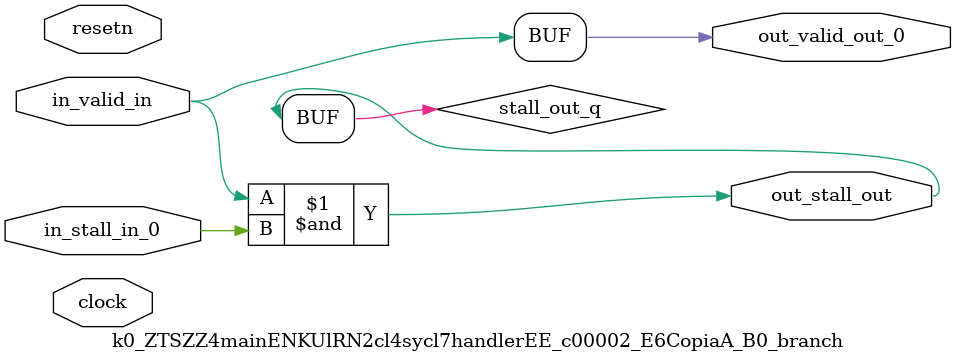
<source format=sv>



(* altera_attribute = "-name AUTO_SHIFT_REGISTER_RECOGNITION OFF; -name MESSAGE_DISABLE 10036; -name MESSAGE_DISABLE 10037; -name MESSAGE_DISABLE 14130; -name MESSAGE_DISABLE 14320; -name MESSAGE_DISABLE 15400; -name MESSAGE_DISABLE 14130; -name MESSAGE_DISABLE 10036; -name MESSAGE_DISABLE 12020; -name MESSAGE_DISABLE 12030; -name MESSAGE_DISABLE 12010; -name MESSAGE_DISABLE 12110; -name MESSAGE_DISABLE 14320; -name MESSAGE_DISABLE 13410; -name MESSAGE_DISABLE 113007; -name MESSAGE_DISABLE 10958" *)
module k0_ZTSZZ4mainENKUlRN2cl4sycl7handlerEE_c00002_E6CopiaA_B0_branch (
    input wire [0:0] in_stall_in_0,
    input wire [0:0] in_valid_in,
    output wire [0:0] out_stall_out,
    output wire [0:0] out_valid_out_0,
    input wire clock,
    input wire resetn
    );

    wire [0:0] stall_out_q;


    // stall_out(LOGICAL,6)
    assign stall_out_q = in_valid_in & in_stall_in_0;

    // out_stall_out(GPOUT,4)
    assign out_stall_out = stall_out_q;

    // out_valid_out_0(GPOUT,5)
    assign out_valid_out_0 = in_valid_in;

endmodule

</source>
